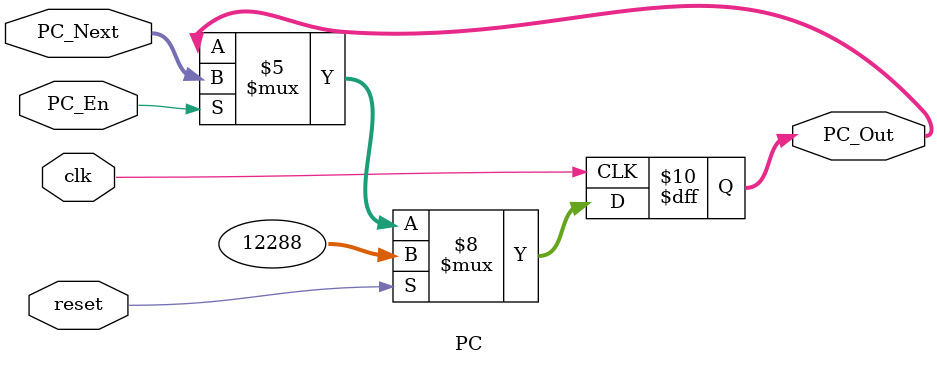
<source format=v>
`timescale 1ns / 1ps
module PC(
    input clk,
    input reset,
	 input PC_En,
	 input [31:0] PC_Next,
    output reg [31:0] PC_Out
    );

    initial begin
	    PC_Out <= 32'h00003000;
    end
	 
	 always @ (posedge clk) begin
	 
	    if(reset == 1)
		    PC_Out <= 32'h00003000;
		 
		 else if(PC_En == 1)
		    PC_Out <= PC_Next;
    
	 end			 
		    
endmodule

</source>
